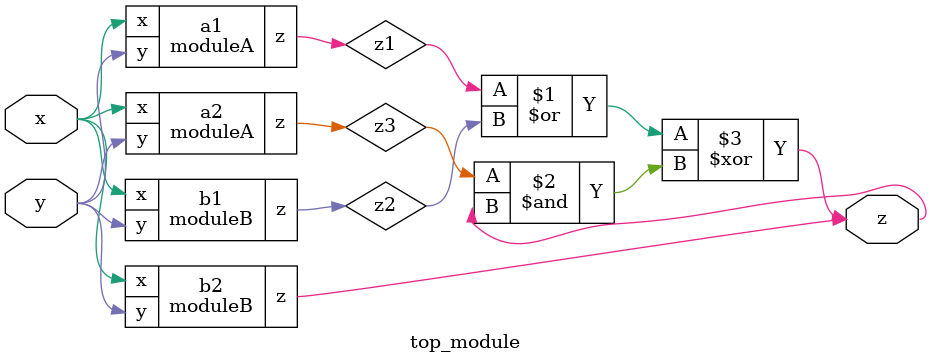
<source format=sv>
module moduleA(
    input x,
    input y,
    output z
);

assign z = (x ^ y) & x;

endmodule
module moduleB(
    input x,
    input y,
    output z
);

assign z = (x == 0 && y == 0) || (x == 1 && y == 1);

endmodule
module top_module(
    input x,
    input y,
    output z
);

wire z1, z2, z3;

moduleA a1(
    .x(x),
    .y(y),
    .z(z1)
);

moduleB b1(
    .x(x),
    .y(y),
    .z(z2)
);

moduleA a2(
    .x(x),
    .y(y),
    .z(z3)
);

moduleB b2(
    .x(x),
    .y(y),
    .z(z)
);

assign z = (z1 | z2) ^ (z3 & z);

endmodule

</source>
